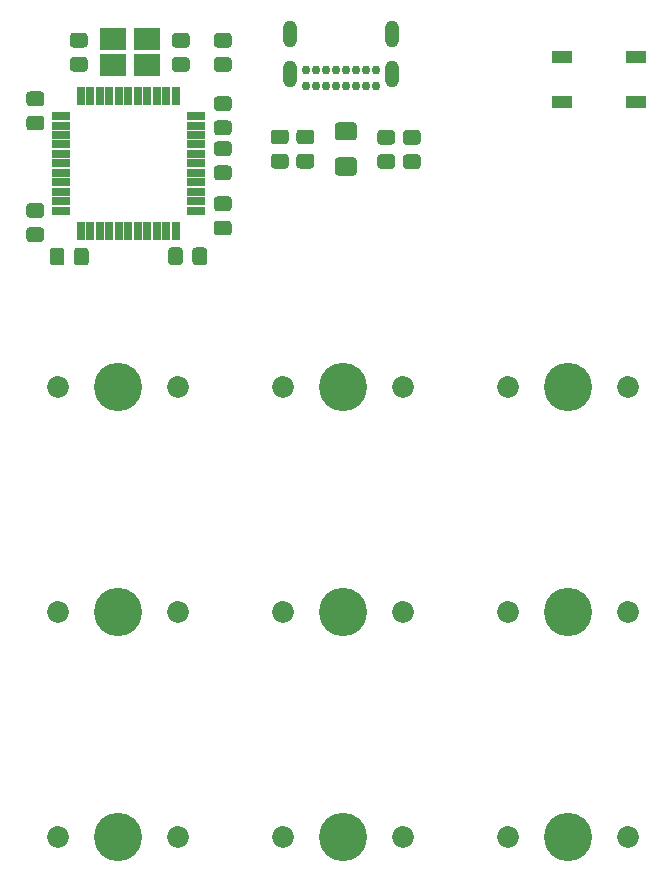
<source format=gbr>
%TF.GenerationSoftware,KiCad,Pcbnew,(5.1.6)-1*%
%TF.CreationDate,2020-08-31T14:33:41-05:00*%
%TF.ProjectId,totoro-pcb-macropad,746f746f-726f-42d7-9063-622d6d616372,rev?*%
%TF.SameCoordinates,Original*%
%TF.FileFunction,Soldermask,Top*%
%TF.FilePolarity,Negative*%
%FSLAX46Y46*%
G04 Gerber Fmt 4.6, Leading zero omitted, Abs format (unit mm)*
G04 Created by KiCad (PCBNEW (5.1.6)-1) date 2020-08-31 14:33:41*
%MOMM*%
%LPD*%
G01*
G04 APERTURE LIST*
%ADD10R,2.200000X1.900000*%
%ADD11R,0.650000X1.600000*%
%ADD12R,1.600000X0.650000*%
%ADD13R,1.800000X1.100000*%
%ADD14C,4.087800*%
%ADD15C,1.850000*%
%ADD16O,1.208000X2.316000*%
%ADD17C,0.750000*%
G04 APERTURE END LIST*
%TO.C, *%
G36*
G01*
X194586456Y-39457800D02*
X193271544Y-39457800D01*
G75*
G02*
X193004000Y-39190256I0J267544D01*
G01*
X193004000Y-38200344D01*
G75*
G02*
X193271544Y-37932800I267544J0D01*
G01*
X194586456Y-37932800D01*
G75*
G02*
X194854000Y-38200344I0J-267544D01*
G01*
X194854000Y-39190256D01*
G75*
G02*
X194586456Y-39457800I-267544J0D01*
G01*
G37*
G36*
G01*
X194586456Y-42432800D02*
X193271544Y-42432800D01*
G75*
G02*
X193004000Y-42165256I0J267544D01*
G01*
X193004000Y-41175344D01*
G75*
G02*
X193271544Y-40907800I267544J0D01*
G01*
X194586456Y-40907800D01*
G75*
G02*
X194854000Y-41175344I0J-267544D01*
G01*
X194854000Y-42165256D01*
G75*
G02*
X194586456Y-42432800I-267544J0D01*
G01*
G37*
%TD*%
D10*
%TO.C, *%
X177091000Y-33104000D03*
X174191000Y-33104000D03*
X174191000Y-30904000D03*
X177091000Y-30904000D03*
%TD*%
D11*
%TO.C, *%
X179514000Y-47102000D03*
X178714000Y-47102000D03*
X177914000Y-47102000D03*
X177114000Y-47102000D03*
X176314000Y-47102000D03*
X175514000Y-47102000D03*
X174714000Y-47102000D03*
X173914000Y-47102000D03*
X173114000Y-47102000D03*
X172314000Y-47102000D03*
X171514000Y-47102000D03*
D12*
X169814000Y-45402000D03*
X169814000Y-44602000D03*
X169814000Y-43802000D03*
X169814000Y-43002000D03*
X169814000Y-42202000D03*
X169814000Y-41402000D03*
X169814000Y-40602000D03*
X169814000Y-39802000D03*
X169814000Y-39002000D03*
X169814000Y-38202000D03*
X169814000Y-37402000D03*
D11*
X171514000Y-35702000D03*
X172314000Y-35702000D03*
X173114000Y-35702000D03*
X173914000Y-35702000D03*
X174714000Y-35702000D03*
X175514000Y-35702000D03*
X176314000Y-35702000D03*
X177114000Y-35702000D03*
X177914000Y-35702000D03*
X178714000Y-35702000D03*
X179514000Y-35702000D03*
D12*
X181214000Y-37402000D03*
X181214000Y-38202000D03*
X181214000Y-39002000D03*
X181214000Y-39802000D03*
X181214000Y-40602000D03*
X181214000Y-41402000D03*
X181214000Y-42202000D03*
X181214000Y-43002000D03*
X181214000Y-43802000D03*
X181214000Y-44602000D03*
X181214000Y-45402000D03*
%TD*%
D13*
%TO.C, *%
X218542000Y-36190000D03*
X212242000Y-36190000D03*
X218542000Y-32390000D03*
X212242000Y-32390000D03*
%TD*%
%TO.C, *%
G36*
G01*
X196879738Y-40617200D02*
X197836262Y-40617200D01*
G75*
G02*
X198108000Y-40888938I0J-271738D01*
G01*
X198108000Y-41595462D01*
G75*
G02*
X197836262Y-41867200I-271738J0D01*
G01*
X196879738Y-41867200D01*
G75*
G02*
X196608000Y-41595462I0J271738D01*
G01*
X196608000Y-40888938D01*
G75*
G02*
X196879738Y-40617200I271738J0D01*
G01*
G37*
G36*
G01*
X196879738Y-38567200D02*
X197836262Y-38567200D01*
G75*
G02*
X198108000Y-38838938I0J-271738D01*
G01*
X198108000Y-39545462D01*
G75*
G02*
X197836262Y-39817200I-271738J0D01*
G01*
X196879738Y-39817200D01*
G75*
G02*
X196608000Y-39545462I0J271738D01*
G01*
X196608000Y-38838938D01*
G75*
G02*
X196879738Y-38567200I271738J0D01*
G01*
G37*
%TD*%
%TO.C, *%
G36*
G01*
X199995262Y-39833600D02*
X199038738Y-39833600D01*
G75*
G02*
X198767000Y-39561862I0J271738D01*
G01*
X198767000Y-38855338D01*
G75*
G02*
X199038738Y-38583600I271738J0D01*
G01*
X199995262Y-38583600D01*
G75*
G02*
X200267000Y-38855338I0J-271738D01*
G01*
X200267000Y-39561862D01*
G75*
G02*
X199995262Y-39833600I-271738J0D01*
G01*
G37*
G36*
G01*
X199995262Y-41883600D02*
X199038738Y-41883600D01*
G75*
G02*
X198767000Y-41611862I0J271738D01*
G01*
X198767000Y-40905338D01*
G75*
G02*
X199038738Y-40633600I271738J0D01*
G01*
X199995262Y-40633600D01*
G75*
G02*
X200267000Y-40905338I0J-271738D01*
G01*
X200267000Y-41611862D01*
G75*
G02*
X199995262Y-41883600I-271738J0D01*
G01*
G37*
%TD*%
%TO.C, *%
G36*
G01*
X188819262Y-39791800D02*
X187862738Y-39791800D01*
G75*
G02*
X187591000Y-39520062I0J271738D01*
G01*
X187591000Y-38813538D01*
G75*
G02*
X187862738Y-38541800I271738J0D01*
G01*
X188819262Y-38541800D01*
G75*
G02*
X189091000Y-38813538I0J-271738D01*
G01*
X189091000Y-39520062D01*
G75*
G02*
X188819262Y-39791800I-271738J0D01*
G01*
G37*
G36*
G01*
X188819262Y-41841800D02*
X187862738Y-41841800D01*
G75*
G02*
X187591000Y-41570062I0J271738D01*
G01*
X187591000Y-40863538D01*
G75*
G02*
X187862738Y-40591800I271738J0D01*
G01*
X188819262Y-40591800D01*
G75*
G02*
X189091000Y-40863538I0J-271738D01*
G01*
X189091000Y-41570062D01*
G75*
G02*
X188819262Y-41841800I-271738J0D01*
G01*
G37*
%TD*%
%TO.C, *%
G36*
G01*
X190978262Y-39791800D02*
X190021738Y-39791800D01*
G75*
G02*
X189750000Y-39520062I0J271738D01*
G01*
X189750000Y-38813538D01*
G75*
G02*
X190021738Y-38541800I271738J0D01*
G01*
X190978262Y-38541800D01*
G75*
G02*
X191250000Y-38813538I0J-271738D01*
G01*
X191250000Y-39520062D01*
G75*
G02*
X190978262Y-39791800I-271738J0D01*
G01*
G37*
G36*
G01*
X190978262Y-41841800D02*
X190021738Y-41841800D01*
G75*
G02*
X189750000Y-41570062I0J271738D01*
G01*
X189750000Y-40863538D01*
G75*
G02*
X190021738Y-40591800I271738J0D01*
G01*
X190978262Y-40591800D01*
G75*
G02*
X191250000Y-40863538I0J-271738D01*
G01*
X191250000Y-41570062D01*
G75*
G02*
X190978262Y-41841800I-271738J0D01*
G01*
G37*
%TD*%
%TO.C, *%
G36*
G01*
X168118262Y-46014800D02*
X167161738Y-46014800D01*
G75*
G02*
X166890000Y-45743062I0J271738D01*
G01*
X166890000Y-45036538D01*
G75*
G02*
X167161738Y-44764800I271738J0D01*
G01*
X168118262Y-44764800D01*
G75*
G02*
X168390000Y-45036538I0J-271738D01*
G01*
X168390000Y-45743062D01*
G75*
G02*
X168118262Y-46014800I-271738J0D01*
G01*
G37*
G36*
G01*
X168118262Y-48064800D02*
X167161738Y-48064800D01*
G75*
G02*
X166890000Y-47793062I0J271738D01*
G01*
X166890000Y-47086538D01*
G75*
G02*
X167161738Y-46814800I271738J0D01*
G01*
X168118262Y-46814800D01*
G75*
G02*
X168390000Y-47086538I0J-271738D01*
G01*
X168390000Y-47793062D01*
G75*
G02*
X168118262Y-48064800I-271738J0D01*
G01*
G37*
%TD*%
%TO.C, *%
G36*
G01*
X183036738Y-32413000D02*
X183993262Y-32413000D01*
G75*
G02*
X184265000Y-32684738I0J-271738D01*
G01*
X184265000Y-33391262D01*
G75*
G02*
X183993262Y-33663000I-271738J0D01*
G01*
X183036738Y-33663000D01*
G75*
G02*
X182765000Y-33391262I0J271738D01*
G01*
X182765000Y-32684738D01*
G75*
G02*
X183036738Y-32413000I271738J0D01*
G01*
G37*
G36*
G01*
X183036738Y-30363000D02*
X183993262Y-30363000D01*
G75*
G02*
X184265000Y-30634738I0J-271738D01*
G01*
X184265000Y-31341262D01*
G75*
G02*
X183993262Y-31613000I-271738J0D01*
G01*
X183036738Y-31613000D01*
G75*
G02*
X182765000Y-31341262I0J271738D01*
G01*
X182765000Y-30634738D01*
G75*
G02*
X183036738Y-30363000I271738J0D01*
G01*
G37*
%TD*%
D14*
%TO.C,MX9*%
X212725000Y-98425000D03*
D15*
X207645000Y-98425000D03*
X217805000Y-98425000D03*
%TD*%
D14*
%TO.C,MX8*%
X193675000Y-98425000D03*
D15*
X188595000Y-98425000D03*
X198755000Y-98425000D03*
%TD*%
D14*
%TO.C,MX7*%
X174625000Y-98425000D03*
D15*
X169545000Y-98425000D03*
X179705000Y-98425000D03*
%TD*%
D14*
%TO.C,MX6*%
X212725000Y-79375000D03*
D15*
X207645000Y-79375000D03*
X217805000Y-79375000D03*
%TD*%
D14*
%TO.C,MX5*%
X193675000Y-79375000D03*
D15*
X188595000Y-79375000D03*
X198755000Y-79375000D03*
%TD*%
D14*
%TO.C,MX4*%
X174625000Y-79375000D03*
D15*
X169545000Y-79375000D03*
X179705000Y-79375000D03*
%TD*%
D14*
%TO.C,MX3*%
X212725000Y-60325000D03*
D15*
X207645000Y-60325000D03*
X217805000Y-60325000D03*
%TD*%
D14*
%TO.C,MX2*%
X193675000Y-60325000D03*
D15*
X188595000Y-60325000D03*
X198755000Y-60325000D03*
%TD*%
D14*
%TO.C,MX1*%
X174625000Y-60325000D03*
D15*
X169545000Y-60325000D03*
X179705000Y-60325000D03*
%TD*%
D16*
%TO.C, *%
X197873000Y-30452800D03*
X189223000Y-30452800D03*
X189223000Y-33832800D03*
X197873000Y-33832800D03*
D17*
X196523000Y-33462800D03*
X195673000Y-33462800D03*
X194823000Y-33462800D03*
X193973000Y-33462800D03*
X193123000Y-33462800D03*
X192273000Y-33462800D03*
X191423000Y-33462800D03*
X190573000Y-33462800D03*
X190573000Y-34812800D03*
X191423000Y-34812800D03*
X192273000Y-34812800D03*
X193123000Y-34812800D03*
X193973000Y-34812800D03*
X194823000Y-34812800D03*
X195673000Y-34812800D03*
X196523000Y-34812800D03*
%TD*%
%TO.C, *%
G36*
G01*
X183036738Y-41582400D02*
X183993262Y-41582400D01*
G75*
G02*
X184265000Y-41854138I0J-271738D01*
G01*
X184265000Y-42560662D01*
G75*
G02*
X183993262Y-42832400I-271738J0D01*
G01*
X183036738Y-42832400D01*
G75*
G02*
X182765000Y-42560662I0J271738D01*
G01*
X182765000Y-41854138D01*
G75*
G02*
X183036738Y-41582400I271738J0D01*
G01*
G37*
G36*
G01*
X183036738Y-39532400D02*
X183993262Y-39532400D01*
G75*
G02*
X184265000Y-39804138I0J-271738D01*
G01*
X184265000Y-40510662D01*
G75*
G02*
X183993262Y-40782400I-271738J0D01*
G01*
X183036738Y-40782400D01*
G75*
G02*
X182765000Y-40510662I0J271738D01*
G01*
X182765000Y-39804138D01*
G75*
G02*
X183036738Y-39532400I271738J0D01*
G01*
G37*
%TD*%
%TO.C, *%
G36*
G01*
X183036738Y-46256000D02*
X183993262Y-46256000D01*
G75*
G02*
X184265000Y-46527738I0J-271738D01*
G01*
X184265000Y-47234262D01*
G75*
G02*
X183993262Y-47506000I-271738J0D01*
G01*
X183036738Y-47506000D01*
G75*
G02*
X182765000Y-47234262I0J271738D01*
G01*
X182765000Y-46527738D01*
G75*
G02*
X183036738Y-46256000I271738J0D01*
G01*
G37*
G36*
G01*
X183036738Y-44206000D02*
X183993262Y-44206000D01*
G75*
G02*
X184265000Y-44477738I0J-271738D01*
G01*
X184265000Y-45184262D01*
G75*
G02*
X183993262Y-45456000I-271738J0D01*
G01*
X183036738Y-45456000D01*
G75*
G02*
X182765000Y-45184262I0J271738D01*
G01*
X182765000Y-44477738D01*
G75*
G02*
X183036738Y-44206000I271738J0D01*
G01*
G37*
%TD*%
%TO.C, *%
G36*
G01*
X183036738Y-37772400D02*
X183993262Y-37772400D01*
G75*
G02*
X184265000Y-38044138I0J-271738D01*
G01*
X184265000Y-38750662D01*
G75*
G02*
X183993262Y-39022400I-271738J0D01*
G01*
X183036738Y-39022400D01*
G75*
G02*
X182765000Y-38750662I0J271738D01*
G01*
X182765000Y-38044138D01*
G75*
G02*
X183036738Y-37772400I271738J0D01*
G01*
G37*
G36*
G01*
X183036738Y-35722400D02*
X183993262Y-35722400D01*
G75*
G02*
X184265000Y-35994138I0J-271738D01*
G01*
X184265000Y-36700662D01*
G75*
G02*
X183993262Y-36972400I-271738J0D01*
G01*
X183036738Y-36972400D01*
G75*
G02*
X182765000Y-36700662I0J271738D01*
G01*
X182765000Y-35994138D01*
G75*
G02*
X183036738Y-35722400I271738J0D01*
G01*
G37*
%TD*%
%TO.C, *%
G36*
G01*
X168118262Y-36566000D02*
X167161738Y-36566000D01*
G75*
G02*
X166890000Y-36294262I0J271738D01*
G01*
X166890000Y-35587738D01*
G75*
G02*
X167161738Y-35316000I271738J0D01*
G01*
X168118262Y-35316000D01*
G75*
G02*
X168390000Y-35587738I0J-271738D01*
G01*
X168390000Y-36294262D01*
G75*
G02*
X168118262Y-36566000I-271738J0D01*
G01*
G37*
G36*
G01*
X168118262Y-38616000D02*
X167161738Y-38616000D01*
G75*
G02*
X166890000Y-38344262I0J271738D01*
G01*
X166890000Y-37637738D01*
G75*
G02*
X167161738Y-37366000I271738J0D01*
G01*
X168118262Y-37366000D01*
G75*
G02*
X168390000Y-37637738I0J-271738D01*
G01*
X168390000Y-38344262D01*
G75*
G02*
X168118262Y-38616000I-271738J0D01*
G01*
G37*
%TD*%
%TO.C, *%
G36*
G01*
X170110200Y-48823138D02*
X170110200Y-49779662D01*
G75*
G02*
X169838462Y-50051400I-271738J0D01*
G01*
X169131938Y-50051400D01*
G75*
G02*
X168860200Y-49779662I0J271738D01*
G01*
X168860200Y-48823138D01*
G75*
G02*
X169131938Y-48551400I271738J0D01*
G01*
X169838462Y-48551400D01*
G75*
G02*
X170110200Y-48823138I0J-271738D01*
G01*
G37*
G36*
G01*
X172160200Y-48823138D02*
X172160200Y-49779662D01*
G75*
G02*
X171888462Y-50051400I-271738J0D01*
G01*
X171181938Y-50051400D01*
G75*
G02*
X170910200Y-49779662I0J271738D01*
G01*
X170910200Y-48823138D01*
G75*
G02*
X171181938Y-48551400I271738J0D01*
G01*
X171888462Y-48551400D01*
G75*
G02*
X172160200Y-48823138I0J-271738D01*
G01*
G37*
%TD*%
%TO.C, *%
G36*
G01*
X180943200Y-49754262D02*
X180943200Y-48797738D01*
G75*
G02*
X181214938Y-48526000I271738J0D01*
G01*
X181921462Y-48526000D01*
G75*
G02*
X182193200Y-48797738I0J-271738D01*
G01*
X182193200Y-49754262D01*
G75*
G02*
X181921462Y-50026000I-271738J0D01*
G01*
X181214938Y-50026000D01*
G75*
G02*
X180943200Y-49754262I0J271738D01*
G01*
G37*
G36*
G01*
X178893200Y-49754262D02*
X178893200Y-48797738D01*
G75*
G02*
X179164938Y-48526000I271738J0D01*
G01*
X179871462Y-48526000D01*
G75*
G02*
X180143200Y-48797738I0J-271738D01*
G01*
X180143200Y-49754262D01*
G75*
G02*
X179871462Y-50026000I-271738J0D01*
G01*
X179164938Y-50026000D01*
G75*
G02*
X178893200Y-49754262I0J271738D01*
G01*
G37*
%TD*%
%TO.C, *%
G36*
G01*
X170844738Y-32395000D02*
X171801262Y-32395000D01*
G75*
G02*
X172073000Y-32666738I0J-271738D01*
G01*
X172073000Y-33373262D01*
G75*
G02*
X171801262Y-33645000I-271738J0D01*
G01*
X170844738Y-33645000D01*
G75*
G02*
X170573000Y-33373262I0J271738D01*
G01*
X170573000Y-32666738D01*
G75*
G02*
X170844738Y-32395000I271738J0D01*
G01*
G37*
G36*
G01*
X170844738Y-30345000D02*
X171801262Y-30345000D01*
G75*
G02*
X172073000Y-30616738I0J-271738D01*
G01*
X172073000Y-31323262D01*
G75*
G02*
X171801262Y-31595000I-271738J0D01*
G01*
X170844738Y-31595000D01*
G75*
G02*
X170573000Y-31323262I0J271738D01*
G01*
X170573000Y-30616738D01*
G75*
G02*
X170844738Y-30345000I271738J0D01*
G01*
G37*
%TD*%
%TO.C, *%
G36*
G01*
X179480738Y-32413000D02*
X180437262Y-32413000D01*
G75*
G02*
X180709000Y-32684738I0J-271738D01*
G01*
X180709000Y-33391262D01*
G75*
G02*
X180437262Y-33663000I-271738J0D01*
G01*
X179480738Y-33663000D01*
G75*
G02*
X179209000Y-33391262I0J271738D01*
G01*
X179209000Y-32684738D01*
G75*
G02*
X179480738Y-32413000I271738J0D01*
G01*
G37*
G36*
G01*
X179480738Y-30363000D02*
X180437262Y-30363000D01*
G75*
G02*
X180709000Y-30634738I0J-271738D01*
G01*
X180709000Y-31341262D01*
G75*
G02*
X180437262Y-31613000I-271738J0D01*
G01*
X179480738Y-31613000D01*
G75*
G02*
X179209000Y-31341262I0J271738D01*
G01*
X179209000Y-30634738D01*
G75*
G02*
X179480738Y-30363000I271738J0D01*
G01*
G37*
%TD*%
M02*

</source>
